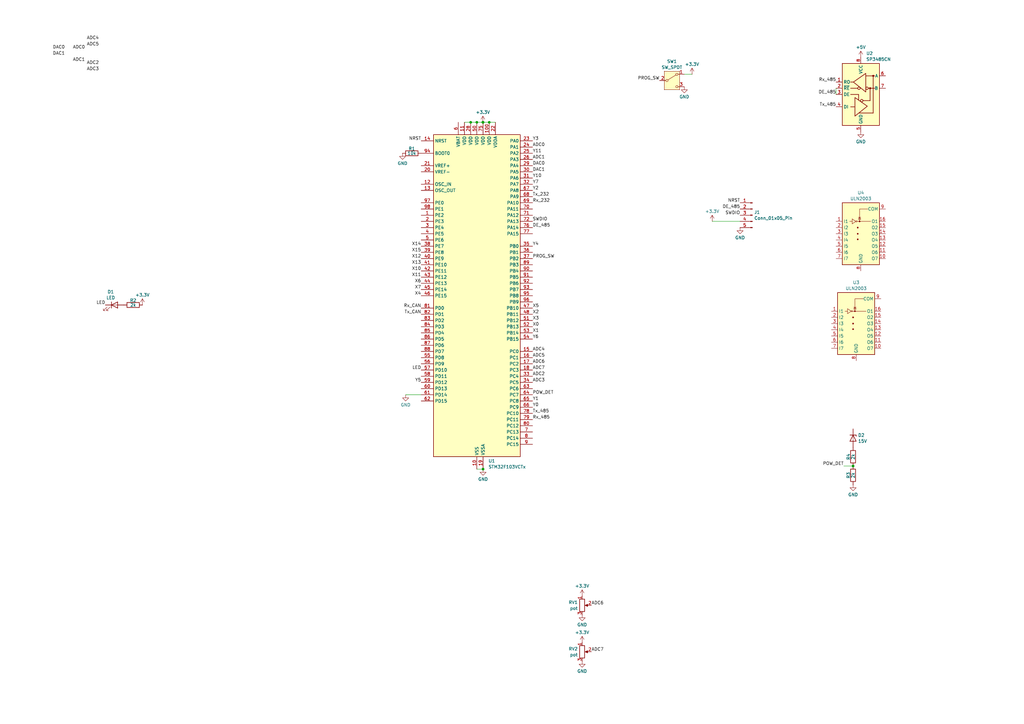
<source format=kicad_sch>
(kicad_sch (version 20231120) (generator "eeschema") (generator_version "8.0")
  (paper "A3")
  (lib_symbols
    (symbol "Connector:Conn_01x05_Pin" (pin_names (offset 1.016) hide)
      (property "Reference" "J" (at 0 7.62 0))
      (property "Value" "Conn_01x05_Pin" (at 0 -7.62 0))
      (symbol "Conn_01x05_Pin_1_1"
        (polyline (pts (xy 1.27 -5.08) (xy 0.8636 -5.08)) (stroke (width 0.1524)))
        (polyline (pts (xy 1.27 -2.54) (xy 0.8636 -2.54)) (stroke (width 0.1524)))
        (polyline (pts (xy 1.27 0) (xy 0.8636 0)) (stroke (width 0.1524)))
        (polyline (pts (xy 1.27 2.54) (xy 0.8636 2.54)) (stroke (width 0.1524)))
        (polyline (pts (xy 1.27 5.08) (xy 0.8636 5.08)) (stroke (width 0.1524)))
        (rectangle (start 0.8636 -4.953) (end 0 -5.207) (stroke (width 0.1524)) (fill (type outline)))
        (rectangle (start 0.8636 -2.413) (end 0 -2.667) (stroke (width 0.1524)) (fill (type outline)))
        (rectangle (start 0.8636 0.127) (end 0 -0.127) (stroke (width 0.1524)) (fill (type outline)))
        (rectangle (start 0.8636 2.667) (end 0 2.413) (stroke (width 0.1524)) (fill (type outline)))
        (rectangle (start 0.8636 5.207) (end 0 4.953) (stroke (width 0.1524)) (fill (type outline)))
        (pin passive line (at 5.08 5.08 180) (length 3.81) (name "Pin_1") (number "1"))
        (pin passive line (at 5.08 2.54 180) (length 3.81) (name "Pin_2") (number "2"))
        (pin passive line (at 5.08 0 180) (length 3.81) (name "Pin_3") (number "3"))
        (pin passive line (at 5.08 -2.54 180) (length 3.81) (name "Pin_4") (number "4"))
        (pin passive line (at 5.08 -5.08 180) (length 3.81) (name "Pin_5") (number "5"))
      )
    )
    (symbol "Device:D_Zener" (pin_numbers hide) (pin_names (offset 1.016) hide)
      (property "Reference" "D" (at 0 2.54 0))
      (property "Value" "D_Zener" (at 0 -2.54 0))
      (symbol "D_Zener_0_1"
        (polyline (pts (xy 1.27 0) (xy -1.27 0)))
        (polyline (pts (xy -1.27 -1.27) (xy -1.27 1.27) (xy -0.762 1.27)) (stroke (width 0.254)))
        (polyline (pts (xy 1.27 -1.27) (xy 1.27 1.27) (xy -1.27 0) (xy 1.27 -1.27)) (stroke (width 0.254)))
      )
      (symbol "D_Zener_1_1"
        (pin passive line (at -3.81 0 0) (length 2.54) (name "K") (number "1"))
        (pin passive line (at 3.81 0 180) (length 2.54) (name "A") (number "2"))
      )
    )
    (symbol "Device:LED" (pin_numbers hide) (pin_names (offset 1.016) hide)
      (property "Reference" "D" (at 0 2.54 0))
      (property "Value" "LED" (at 0 -2.54 0))
      (symbol "LED_0_1"
        (polyline (pts (xy -1.27 -1.27) (xy -1.27 1.27)) (stroke (width 0.254)))
        (polyline (pts (xy -1.27 0) (xy 1.27 0)))
        (polyline (pts (xy 1.27 -1.27) (xy 1.27 1.27) (xy -1.27 0) (xy 1.27 -1.27)) (stroke (width 0.254)))
        (polyline (pts (xy -3.048 -0.762) (xy -4.572 -2.286) (xy -3.81 -2.286) (xy -4.572 -2.286) (xy -4.572 -1.524)))
        (polyline (pts (xy -1.778 -0.762) (xy -3.302 -2.286) (xy -2.54 -2.286) (xy -3.302 -2.286) (xy -3.302 -1.524)))
      )
      (symbol "LED_1_1"
        (pin passive line (at -3.81 0 0) (length 2.54) (name "K") (number "1"))
        (pin passive line (at 3.81 0 180) (length 2.54) (name "A") (number "2"))
      )
    )
    (symbol "Device:R" (pin_numbers hide) (pin_names (offset 0))
      (property "Reference" "R" (at 2.032 0 90))
      (property "Value" "R" (at 0 0 90))
      (symbol "R_0_1"
        (rectangle (start -1.016 -2.54) (end 1.016 2.54) (stroke (width 0.254)))
      )
      (symbol "R_1_1"
        (pin passive line (at 0 3.81 270) (length 1.27) (name "~") (number "1"))
        (pin passive line (at 0 -3.81 90) (length 1.27) (name "~") (number "2"))
      )
    )
    (symbol "Device:R_Potentiometer" (pin_names (offset 1.016) hide)
      (property "Reference" "RV" (at -4.445 0 90))
      (property "Value" "R_Potentiometer" (at -2.54 0 90))
      (symbol "R_Potentiometer_0_1"
        (polyline (pts (xy 2.54 0) (xy 1.524 0)))
        (polyline (pts (xy 1.143 0) (xy 2.286 0.508) (xy 2.286 -0.508) (xy 1.143 0)) (fill (type outline)))
        (rectangle (start 1.016 2.54) (end -1.016 -2.54) (stroke (width 0.254)))
      )
      (symbol "R_Potentiometer_1_1"
        (pin passive line (at 0 3.81 270) (length 1.27) (name "1") (number "1"))
        (pin passive line (at 3.81 0 180) (length 1.27) (name "2") (number "2"))
        (pin passive line (at 0 -3.81 90) (length 1.27) (name "3") (number "3"))
      )
    )
    (symbol "Interface_UART:SP3485CN"
      (property "Reference" "U" (at -7.62 13.97 0))
      (property "Value" "SP3485CN" (at 1.905 13.97 0))
      (symbol "SP3485CN_0_1"
        (rectangle (start -7.62 12.7) (end 7.62 -12.7) (stroke (width 0.254)) (fill (type background)))
        (polyline (pts (xy -4.191 2.54) (xy -1.27 2.54)) (stroke (width 0.254)))
        (polyline (pts (xy -2.54 -5.08) (xy -4.191 -5.08)) (stroke (width 0.254)))
        (polyline (pts (xy -0.635 -7.62) (xy 5.08 -7.62)) (stroke (width 0.254)))
        (polyline (pts (xy 0.889 -2.54) (xy 3.81 -2.54)) (stroke (width 0.254)))
        (polyline (pts (xy 2.032 7.62) (xy 5.715 7.62)) (stroke (width 0.254)))
        (polyline (pts (xy 3.048 2.54) (xy 5.715 2.54)) (stroke (width 0.254)))
        (polyline (pts (xy 3.81 -2.54) (xy 3.81 2.54)) (stroke (width 0.254)))
        (polyline (pts (xy 5.08 -7.62) (xy 5.08 7.62)) (stroke (width 0.254)))
        (polyline (pts (xy -4.191 0) (xy -0.889 0) (xy -0.889 -2.286)) (stroke (width 0.254)))
        (polyline (pts (xy -3.175 5.08) (xy -4.191 5.08) (xy -4.064 5.08)) (stroke (width 0.254)))
        (polyline (pts (xy -2.413 -5.08) (xy -2.413 -1.27) (xy 2.667 -4.826) (xy -2.413 -8.89) (xy -2.413 -5.08)) (stroke (width 0.254)))
        (circle (center 0.381 -2.54) (radius 0.508) (stroke (width 0.254)))
        (circle (center 3.81 2.54) (radius 0.2794) (stroke (width 0.254)) (fill (type outline)))
      )
      (symbol "SP3485CN_1_1"
        (circle (center -0.762 2.54) (radius 0.508) (stroke (width 0.254)))
        (polyline (pts (xy 2.032 4.826) (xy 2.032 8.636) (xy -3.048 5.08) (xy 2.032 1.016) (xy 2.032 4.826)) (stroke (width 0.254)))
        (circle (center 2.54 2.54) (radius 0.508) (stroke (width 0.254)))
        (circle (center 5.08 7.62) (radius 0.2794) (stroke (width 0.254)) (fill (type outline)))
        (pin output line (at -10.16 5.08 0) (length 2.54) (name "RO") (number "1"))
        (pin input line (at -10.16 2.54 0) (length 2.54) (name "~{RE}") (number "2"))
        (pin input line (at -10.16 0 0) (length 2.54) (name "DE") (number "3"))
        (pin input line (at -10.16 -5.08 0) (length 2.54) (name "DI") (number "4"))
        (pin power_in line (at 0 -15.24 90) (length 2.54) (name "GND") (number "5"))
        (pin bidirectional line (at 10.16 7.62 180) (length 2.54) (name "A") (number "6"))
        (pin bidirectional line (at 10.16 2.54 180) (length 2.54) (name "B") (number "7"))
        (pin power_in line (at 0 15.24 270) (length 2.54) (name "VCC") (number "8"))
      )
    )
    (symbol "MCU_ST_STM32F1:STM32F103VCTx"
      (property "Reference" "U" (at -17.78 67.31 0))
      (property "Value" "STM32F103VCTx" (at 10.16 67.31 0))
      (symbol "STM32F103VCTx_0_1"
        (rectangle (start -17.78 -66.04) (end 17.78 66.04) (stroke (width 0.254)) (fill (type background)))
      )
      (symbol "STM32F103VCTx_1_1"
        (pin bidirectional line (at -22.86 33.02 0) (length 5.08) (name "PE2") (number "1"))
        (pin power_in line (at 0 -71.12 90) (length 5.08) (name "VSS") (number "10"))
        (pin power_in line (at 5.08 71.12 270) (length 5.08) (name "VDD") (number "100"))
        (pin power_in line (at -5.08 71.12 270) (length 5.08) (name "VDD") (number "11"))
        (pin input line (at -22.86 45.72 0) (length 5.08) (name "OSC_IN") (number "12"))
        (pin input line (at -22.86 43.18 0) (length 5.08) (name "OSC_OUT") (number "13"))
        (pin input line (at -22.86 63.5 0) (length 5.08) (name "NRST") (number "14"))
        (pin bidirectional line (at 22.86 -22.86 180) (length 5.08) (name "PC0") (number "15"))
        (pin bidirectional line (at 22.86 -25.4 180) (length 5.08) (name "PC1") (number "16"))
        (pin bidirectional line (at 22.86 -27.94 180) (length 5.08) (name "PC2") (number "17"))
        (pin bidirectional line (at 22.86 -30.48 180) (length 5.08) (name "PC3") (number "18"))
        (pin power_in line (at 2.54 -71.12 90) (length 5.08) (name "VSSA") (number "19"))
        (pin bidirectional line (at -22.86 30.48 0) (length 5.08) (name "PE3") (number "2"))
        (pin input line (at -22.86 50.8 0) (length 5.08) (name "VREF-") (number "20"))
        (pin input line (at -22.86 53.34 0) (length 5.08) (name "VREF+") (number "21"))
        (pin power_in line (at 7.62 71.12 270) (length 5.08) (name "VDDA") (number "22"))
        (pin bidirectional line (at 22.86 63.5 180) (length 5.08) (name "PA0") (number "23"))
        (pin bidirectional line (at 22.86 60.96 180) (length 5.08) (name "PA1") (number "24"))
        (pin bidirectional line (at 22.86 58.42 180) (length 5.08) (name "PA2") (number "25"))
        (pin bidirectional line (at 22.86 55.88 180) (length 5.08) (name "PA3") (number "26"))
        (pin passive line (at 0 -71.12 90) (length 5.08) hide (name "VSS") (number "27"))
        (pin power_in line (at -2.54 71.12 270) (length 5.08) (name "VDD") (number "28"))
        (pin bidirectional line (at 22.86 53.34 180) (length 5.08) (name "PA4") (number "29"))
        (pin bidirectional line (at -22.86 27.94 0) (length 5.08) (name "PE4") (number "3"))
        (pin bidirectional line (at 22.86 50.8 180) (length 5.08) (name "PA5") (number "30"))
        (pin bidirectional line (at 22.86 48.26 180) (length 5.08) (name "PA6") (number "31"))
        (pin bidirectional line (at 22.86 45.72 180) (length 5.08) (name "PA7") (number "32"))
        (pin bidirectional line (at 22.86 -33.02 180) (length 5.08) (name "PC4") (number "33"))
        (pin bidirectional line (at 22.86 -35.56 180) (length 5.08) (name "PC5") (number "34"))
        (pin bidirectional line (at 22.86 20.32 180) (length 5.08) (name "PB0") (number "35"))
        (pin bidirectional line (at 22.86 17.78 180) (length 5.08) (name "PB1") (number "36"))
        (pin bidirectional line (at 22.86 15.24 180) (length 5.08) (name "PB2") (number "37"))
        (pin bidirectional line (at -22.86 20.32 0) (length 5.08) (name "PE7") (number "38"))
        (pin bidirectional line (at -22.86 17.78 0) (length 5.08) (name "PE8") (number "39"))
        (pin bidirectional line (at -22.86 25.4 0) (length 5.08) (name "PE5") (number "4"))
        (pin bidirectional line (at -22.86 15.24 0) (length 5.08) (name "PE9") (number "40"))
        (pin bidirectional line (at -22.86 12.7 0) (length 5.08) (name "PE10") (number "41"))
        (pin bidirectional line (at -22.86 10.16 0) (length 5.08) (name "PE11") (number "42"))
        (pin bidirectional line (at -22.86 7.62 0) (length 5.08) (name "PE12") (number "43"))
        (pin bidirectional line (at -22.86 5.08 0) (length 5.08) (name "PE13") (number "44"))
        (pin bidirectional line (at -22.86 2.54 0) (length 5.08) (name "PE14") (number "45"))
        (pin bidirectional line (at -22.86 0 0) (length 5.08) (name "PE15") (number "46"))
        (pin bidirectional line (at 22.86 -5.08 180) (length 5.08) (name "PB10") (number "47"))
        (pin bidirectional line (at 22.86 -7.62 180) (length 5.08) (name "PB11") (number "48"))
        (pin passive line (at 0 -71.12 90) (length 5.08) hide (name "VSS") (number "49"))
        (pin bidirectional line (at -22.86 22.86 0) (length 5.08) (name "PE6") (number "5"))
        (pin power_in line (at 0 71.12 270) (length 5.08) (name "VDD") (number "50"))
        (pin bidirectional line (at 22.86 -10.16 180) (length 5.08) (name "PB12") (number "51"))
        (pin bidirectional line (at 22.86 -12.7 180) (length 5.08) (name "PB13") (number "52"))
        (pin bidirectional line (at 22.86 -15.24 180) (length 5.08) (name "PB14") (number "53"))
        (pin bidirectional line (at 22.86 -17.78 180) (length 5.08) (name "PB15") (number "54"))
        (pin bidirectional line (at -22.86 -25.4 0) (length 5.08) (name "PD8") (number "55"))
        (pin bidirectional line (at -22.86 -27.94 0) (length 5.08) (name "PD9") (number "56"))
        (pin bidirectional line (at -22.86 -30.48 0) (length 5.08) (name "PD10") (number "57"))
        (pin bidirectional line (at -22.86 -33.02 0) (length 5.08) (name "PD11") (number "58"))
        (pin bidirectional line (at -22.86 -35.56 0) (length 5.08) (name "PD12") (number "59"))
        (pin power_in line (at -7.62 71.12 270) (length 5.08) (name "VBAT") (number "6"))
        (pin bidirectional line (at -22.86 -38.1 0) (length 5.08) (name "PD13") (number "60"))
        (pin bidirectional line (at -22.86 -40.64 0) (length 5.08) (name "PD14") (number "61"))
        (pin bidirectional line (at -22.86 -43.18 0) (length 5.08) (name "PD15") (number "62"))
        (pin bidirectional line (at 22.86 -38.1 180) (length 5.08) (name "PC6") (number "63"))
        (pin bidirectional line (at 22.86 -40.64 180) (length 5.08) (name "PC7") (number "64"))
        (pin bidirectional line (at 22.86 -43.18 180) (length 5.08) (name "PC8") (number "65"))
        (pin bidirectional line (at 22.86 -45.72 180) (length 5.08) (name "PC9") (number "66"))
        (pin bidirectional line (at 22.86 43.18 180) (length 5.08) (name "PA8") (number "67"))
        (pin bidirectional line (at 22.86 40.64 180) (length 5.08) (name "PA9") (number "68"))
        (pin bidirectional line (at 22.86 38.1 180) (length 5.08) (name "PA10") (number "69"))
        (pin bidirectional line (at 22.86 -55.88 180) (length 5.08) (name "PC13") (number "7"))
        (pin bidirectional line (at 22.86 35.56 180) (length 5.08) (name "PA11") (number "70"))
        (pin bidirectional line (at 22.86 33.02 180) (length 5.08) (name "PA12") (number "71"))
        (pin bidirectional line (at 22.86 30.48 180) (length 5.08) (name "PA13") (number "72"))
        (pin no_connect line (at -17.78 -66.04 0) (length 5.08) hide (name "NC") (number "73"))
        (pin passive line (at 0 -71.12 90) (length 5.08) hide (name "VSS") (number "74"))
        (pin power_in line (at 2.54 71.12 270) (length 5.08) (name "VDD") (number "75"))
        (pin bidirectional line (at 22.86 27.94 180) (length 5.08) (name "PA14") (number "76"))
        (pin bidirectional line (at 22.86 25.4 180) (length 5.08) (name "PA15") (number "77"))
        (pin bidirectional line (at 22.86 -48.26 180) (length 5.08) (name "PC10") (number "78"))
        (pin bidirectional line (at 22.86 -50.8 180) (length 5.08) (name "PC11") (number "79"))
        (pin bidirectional line (at 22.86 -58.42 180) (length 5.08) (name "PC14") (number "8"))
        (pin bidirectional line (at 22.86 -53.34 180) (length 5.08) (name "PC12") (number "80"))
        (pin bidirectional line (at -22.86 -5.08 0) (length 5.08) (name "PD0") (number "81"))
        (pin bidirectional line (at -22.86 -7.62 0) (length 5.08) (name "PD1") (number "82"))
        (pin bidirectional line (at -22.86 -10.16 0) (length 5.08) (name "PD2") (number "83"))
        (pin bidirectional line (at -22.86 -12.7 0) (length 5.08) (name "PD3") (number "84"))
        (pin bidirectional line (at -22.86 -15.24 0) (length 5.08) (name "PD4") (number "85"))
        (pin bidirectional line (at -22.86 -17.78 0) (length 5.08) (name "PD5") (number "86"))
        (pin bidirectional line (at -22.86 -20.32 0) (length 5.08) (name "PD6") (number "87"))
        (pin bidirectional line (at -22.86 -22.86 0) (length 5.08) (name "PD7") (number "88"))
        (pin bidirectional line (at 22.86 12.7 180) (length 5.08) (name "PB3") (number "89"))
        (pin bidirectional line (at 22.86 -60.96 180) (length 5.08) (name "PC15") (number "9"))
        (pin bidirectional line (at 22.86 10.16 180) (length 5.08) (name "PB4") (number "90"))
        (pin bidirectional line (at 22.86 7.62 180) (length 5.08) (name "PB5") (number "91"))
        (pin bidirectional line (at 22.86 5.08 180) (length 5.08) (name "PB6") (number "92"))
        (pin bidirectional line (at 22.86 2.54 180) (length 5.08) (name "PB7") (number "93"))
        (pin input line (at -22.86 58.42 0) (length 5.08) (name "BOOT0") (number "94"))
        (pin bidirectional line (at 22.86 0 180) (length 5.08) (name "PB8") (number "95"))
        (pin bidirectional line (at 22.86 -2.54 180) (length 5.08) (name "PB9") (number "96"))
        (pin bidirectional line (at -22.86 38.1 0) (length 5.08) (name "PE0") (number "97"))
        (pin bidirectional line (at -22.86 35.56 0) (length 5.08) (name "PE1") (number "98"))
        (pin passive line (at 0 -71.12 90) (length 5.08) hide (name "VSS") (number "99"))
      )
    )
    (symbol "Switch:SW_SPDT" (pin_names (offset 0) hide)
      (property "Reference" "SW" (at 0 5.08 0))
      (property "Value" "SW_SPDT" (at 0 -5.08 0))
      (symbol "SW_SPDT_0_1"
        (circle (center -2.032 0) (radius 0.4572))
        (polyline (pts (xy -1.651 0.254) (xy 1.651 2.286)))
        (circle (center 2.032 -2.54) (radius 0.4572))
        (circle (center 2.032 2.54) (radius 0.4572))
      )
      (symbol "SW_SPDT_1_1"
        (rectangle (start -3.175 3.81) (end 3.175 -3.81) (fill (type background)))
        (pin passive line (at 5.08 2.54 180) (length 2.54) (name "A") (number "1"))
        (pin passive line (at -5.08 0 0) (length 2.54) (name "B") (number "2"))
        (pin passive line (at 5.08 -2.54 180) (length 2.54) (name "C") (number "3"))
      )
    )
    (symbol "Transistor_Array:ULN2003"
      (property "Reference" "U" (at 0 15.875 0))
      (property "Value" "ULN2003" (at 0 13.97 0))
      (symbol "ULN2003_0_1"
        (rectangle (start -7.62 -12.7) (end 7.62 12.7) (stroke (width 0.254)) (fill (type background)))
        (circle (center -1.778 5.08) (radius 0.254))
        (circle (center -1.27 -2.286) (radius 0.254) (fill (type outline)))
        (circle (center -1.27 0) (radius 0.254) (fill (type outline)))
        (circle (center -1.27 2.54) (radius 0.254) (fill (type outline)))
        (circle (center -0.508 5.08) (radius 0.254) (fill (type outline)))
        (polyline (pts (xy -4.572 5.08) (xy -3.556 5.08)))
        (polyline (pts (xy -1.524 5.08) (xy 4.064 5.08)))
        (polyline (pts (xy 0 6.731) (xy -1.016 6.731)))
        (polyline (pts (xy -0.508 5.08) (xy -0.508 10.16) (xy 2.921 10.16)))
        (polyline (pts (xy -3.556 6.096) (xy -3.556 4.064) (xy -2.032 5.08) (xy -3.556 6.096)))
        (polyline (pts (xy 0 5.969) (xy -1.016 5.969) (xy -0.508 6.731) (xy 0 5.969)))
      )
      (symbol "ULN2003_1_1"
        (pin input line (at -10.16 5.08 0) (length 2.54) (name "I1") (number "1"))
        (pin open_collector line (at 10.16 -10.16 180) (length 2.54) (name "O7") (number "10"))
        (pin open_collector line (at 10.16 -7.62 180) (length 2.54) (name "O6") (number "11"))
        (pin open_collector line (at 10.16 -5.08 180) (length 2.54) (name "O5") (number "12"))
        (pin open_collector line (at 10.16 -2.54 180) (length 2.54) (name "O4") (number "13"))
        (pin open_collector line (at 10.16 0 180) (length 2.54) (name "O3") (number "14"))
        (pin open_collector line (at 10.16 2.54 180) (length 2.54) (name "O2") (number "15"))
        (pin open_collector line (at 10.16 5.08 180) (length 2.54) (name "O1") (number "16"))
        (pin input line (at -10.16 2.54 0) (length 2.54) (name "I2") (number "2"))
        (pin input line (at -10.16 0 0) (length 2.54) (name "I3") (number "3"))
        (pin input line (at -10.16 -2.54 0) (length 2.54) (name "I4") (number "4"))
        (pin input line (at -10.16 -5.08 0) (length 2.54) (name "I5") (number "5"))
        (pin input line (at -10.16 -7.62 0) (length 2.54) (name "I6") (number "6"))
        (pin input line (at -10.16 -10.16 0) (length 2.54) (name "I7") (number "7"))
        (pin power_in line (at 0 -15.24 90) (length 2.54) (name "GND") (number "8"))
        (pin passive line (at 10.16 10.16 180) (length 2.54) (name "COM") (number "9"))
      )
    )
    (symbol "power:+3.3V" (power) (pin_numbers hide) (pin_names (offset 0) hide)
      (property "Value" "+3.3V" (at 0 3.556 0))
      (symbol "+3.3V_0_1"
        (polyline (pts (xy -0.762 1.27) (xy 0 2.54)))
        (polyline (pts (xy 0 0) (xy 0 2.54)))
        (polyline (pts (xy 0 2.54) (xy 0.762 1.27)))
      )
      (symbol "+3.3V_1_1"
        (pin power_in line (at 0 0 90) (length 0) (name "~") (number "1"))
      )
    )
    (symbol "power:+5V" (power) (pin_numbers hide) (pin_names (offset 0) hide)
      (property "Value" "+5V" (at 0 3.556 0))
      (symbol "+5V_0_1"
        (polyline (pts (xy -0.762 1.27) (xy 0 2.54)))
        (polyline (pts (xy 0 0) (xy 0 2.54)))
        (polyline (pts (xy 0 2.54) (xy 0.762 1.27)))
      )
      (symbol "+5V_1_1"
        (pin power_in line (at 0 0 90) (length 0) (name "~") (number "1"))
      )
    )
    (symbol "power:GND" (power) (pin_numbers hide) (pin_names (offset 0) hide)
      (property "Value" "GND" (at 0 -3.81 0))
      (symbol "GND_0_1"
        (polyline (pts (xy 0 0) (xy 0 -1.27) (xy 1.27 -1.27) (xy 0 -2.54) (xy -1.27 -1.27) (xy 0 -1.27)))
      )
      (symbol "GND_1_1"
        (pin power_in line (at 0 0 270) (length 0) (name "~") (number "1"))
      )
    )
  )
  (junction (at 195.58 50.165))
  (junction (at 193.04 50.165))
  (junction (at 198.0547 50.165))
  (junction (at 349.885 191.135))
  (junction (at 198.12 50.165))
  (junction (at 198.12 192.405))
  (junction (at 200.66 50.165))
  (wire (pts (xy 195.58 192.405) (xy 198.12 192.405)))
  (wire (pts (xy 195.58 50.165) (xy 198.0547 50.165)))
  (wire (pts (xy 193.04 50.165) (xy 195.58 50.165)))
  (wire (pts (xy 190.5 50.165) (xy 193.04 50.165)))
  (wire (pts (xy 292.1 90.805) (xy 303.53 90.805)))
  (wire (pts (xy 200.66 50.165) (xy 203.2 50.165)))
  (wire (pts (xy 198.0547 50.165) (xy 198.12 50.165)))
  (wire (pts (xy 198.12 50.165) (xy 200.66 50.165)))
  (wire (pts (xy 346.075 191.135) (xy 349.885 191.135)))
  (wire (pts (xy 166.37 161.925) (xy 172.72 161.925)))
  (wire (pts (xy 283.845 30.48) (xy 280.67 30.48)))
  (wire (pts (xy 342.9 36.195) (xy 342.9 38.735)))
  (label "SWDIO" (at 303.53 88.265 180))
  (label "X12" (at 172.72 106.045 180))
  (label "X0" (at 446.405 170.815 180))
  (label "X0" (at 218.44 133.985 0))
  (label "ADC5" (at 218.44 146.685 0))
  (label "ADC1" (at 218.44 65.405 0))
  (label "X1" (at 446.405 189.865 180))
  (label "Rx_232" (at 218.44 83.185 0))
  (label "SWDIO" (at 218.44 90.805 0))
  (label "NRST" (at 303.53 83.185 180))
  (label "Y4" (at 218.44 100.965 0))
  (label "X4" (at 446.405 249.555 180))
  (label "ADC7" (at 242.57 267.335 0))
  (label "X11" (at 513.08 249.555 180))
  (label "Y1" (at 218.44 164.465 0))
  (label "ADC6" (at 218.44 149.225 0))
  (label "X6" (at 446.405 289.56 180))
  (label "Tx_232" (at 218.44 80.645 0))
  (label "DAC0" (at 21.59 20.32 0))
  (label "X13" (at 172.72 108.585 180))
  (label "X3" (at 446.405 228.6 180))
  (label "ADC7" (at 218.44 151.765 0))
  (label "Rx_485" (at 218.44 172.085 0))
  (label "X10" (at 513.08 228.6 180))
  (label "ADC2" (at 218.44 154.305 0))
  (label "X7" (at 513.08 170.815 180))
  (label "ADC4" (at 35.56 16.51 0))
  (label "ADC4" (at 218.44 144.145 0))
  (label "Y2" (at 218.44 78.105 0))
  (label "X12" (at 513.08 269.875 180))
  (label "DE_485" (at 303.53 85.725 180))
  (label "Y6" (at 218.44 139.065 0))
  (label "X7" (at 172.72 118.745 180))
  (label "X13" (at 513.08 289.56 180))
  (label "DAC0" (at 218.44 67.945 0))
  (label "X4" (at 172.72 121.285 180))
  (label "Rx_485" (at 342.9 33.655 180))
  (label "X11" (at 172.72 113.665 180))
  (label "ADC5" (at 35.56 19.05 0))
  (label "ADC0" (at 218.44 60.325 0))
  (label "X10" (at 172.72 111.125 180))
  (label "Y5" (at 172.72 156.845 180))
  (label "Y10" (at 218.44 73.025 0))
  (label "DE_485" (at 342.9 38.735 180))
  (label "DAC1" (at 21.59 22.86 0))
  (label "NRST" (at 172.72 57.785 180))
  (label "DAC1" (at 218.44 70.485 0))
  (label "X8" (at 513.08 189.865 180))
  (label "X5" (at 218.44 126.365 0))
  (label "ADC1" (at 29.845 25.4 0))
  (label "X6" (at 172.72 116.205 180))
  (label "DE_485" (at 218.44 93.345 0))
  (label "LED" (at 172.72 151.765 180))
  (label "Tx_485" (at 342.9 43.815 180))
  (label "X2" (at 446.405 209.55 180))
  (label "POW_DET" (at 346.075 191.135 180))
  (label "X3" (at 218.44 131.445 0))
  (label "X14" (at 172.72 100.965 180))
  (label "Y11" (at 218.44 62.865 0))
  (label "X15" (at 172.72 103.505 180))
  (label "ADC3" (at 35.56 29.21 0))
  (label "X1" (at 218.44 136.525 0))
  (label "LED" (at 43.18 125.095 180))
  (label "X9" (at 513.08 209.55 180))
  (label "PROG_SW" (at 270.51 33.02 180))
  (label "POW_DET" (at 218.44 161.925 0))
  (label "ADC0" (at 29.845 20.32 0))
  (label "Y7" (at 218.44 75.565 0))
  (label "Y3" (at 218.44 57.785 0))
  (label "ADC6" (at 242.57 248.285 0))
  (label "ADC2" (at 35.56 26.67 0))
  (label "X5" (at 446.405 269.875 180))
  (label "Rx_CAN" (at 172.72 126.365 180))
  (label "Tx_485" (at 218.44 169.545 0))
  (label "X2" (at 218.44 128.905 0))
  (label "PROG_SW" (at 218.44 106.045 0))
  (label "Tx_CAN" (at 172.72 128.905 180))
  (label "ADC3" (at 218.44 156.845 0))
  (label "Y0" (at 218.44 167.005 0))
  (symbol (lib_id "Switch:SW_SPDT") (at 275.59 33.02 0) (unit 1)
    (property "Reference" "SW1" (at 275.59 25.1925 0))
    (property "Value" "SW_SPDT" (at 275.59 27.6168 0))
    (property "Description" "Switch, single pole double throw" (effects (hide yes)))
  )
  (symbol (lib_id "Device:R") (at 168.91 62.865 90) (unit 1)
    (property "Reference" "R1" (at 168.91 60.96 90))
    (property "Value" "10k" (at 168.91 62.865 90))
    (property "Footprint" "Resistor_SMD:R_0603_1608Metric_Pad0.98x0.95mm_HandSolder" (effects (hide yes)))
    (property "Description" "Resistor" (effects (hide yes)))
  )
  (symbol (lib_id "Transistor_Array:ULN2003") (at 351.155 132.715 0) (unit 1)
    (property "Reference" "U3" (at 351.155 115.8705 0))
    (property "Value" "ULN2003" (at 351.155 118.2948 0))
    (property "Footprint" "Package_SO:SOIC-16_3.9x9.9mm_P1.27mm" (effects (hide yes)))
    (property "Datasheet" "http://www.ti.com/lit/ds/symlink/uln2003a.pdf" (effects (hide yes)))
    (property "Description" "High Voltage, High Current Darlington Transistor Arrays, SOIC16/SOIC16W/DIP16/TSSOP16" (effects (hide yes)))
  )
  (symbol (lib_id "power:GND") (at 166.37 161.925 0) (unit 1)
    (property "Reference" "#PWR044" (effects (hide yes)))
    (property "Value" "GND" (at 166.37 166.0581 0))
    (property "Description" "Power symbol creates a global label with name \"GND\" , ground" (effects (hide yes)))
  )
  (symbol (lib_id "power:GND") (at 238.76 271.145 0) (unit 1)
    (property "Reference" "#PWR015" (effects (hide yes)))
    (property "Value" "GND" (at 238.76 275.2781 0))
    (property "Description" "Power symbol creates a global label with name \"GND\" , ground" (effects (hide yes)))
  )
  (symbol (lib_id "Interface_UART:SP3485CN") (at 353.06 38.735 0) (unit 1)
    (property "Reference" "U2" (at 355.2541 21.8905 0) (effects (justify left)))
    (property "Value" "SP3485CN" (at 355.2541 24.3148 0) (effects (justify left)))
    (property "Footprint" "Package_SO:SOIC-8_3.9x4.9mm_P1.27mm" (effects (hide yes)))
    (property "Datasheet" "http://www.icbase.com/pdf/SPX/SPX00480106.pdf" (effects (hide yes)))
    (property "Description" "3.3V Low Power Half-Duplex RS-485 Transceiver 10Mbps, SOIC-8" (effects (hide yes)))
  )
  (symbol (lib_id "Transistor_Array:ULN2003") (at 353.06 95.885 0) (unit 1)
    (property "Reference" "U4" (at 353.06 79.0405 0))
    (property "Value" "ULN2003" (at 353.06 81.4648 0))
    (property "Footprint" "Package_SO:SOIC-16_3.9x9.9mm_P1.27mm" (effects (hide yes)))
    (property "Datasheet" "http://www.ti.com/lit/ds/symlink/uln2003a.pdf" (effects (hide yes)))
    (property "Description" "High Voltage, High Current Darlington Transistor Arrays, SOIC16/SOIC16W/DIP16/TSSOP16" (effects (hide yes)))
  )
  (symbol (lib_id "power:GND") (at 238.76 252.095 0) (unit 1)
    (property "Reference" "#PWR012" (effects (hide yes)))
    (property "Value" "GND" (at 238.76 256.2281 0))
    (property "Description" "Power symbol creates a global label with name \"GND\" , ground" (effects (hide yes)))
  )
  (symbol (lib_id "power:+5V") (at 353.06 23.495 0) (unit 1)
    (property "Reference" "#PWR07" (effects (hide yes)))
    (property "Value" "+5V" (at 353.06 19.3619 0))
    (property "Description" "Power symbol creates a global label with name \"+5V\"" (effects (hide yes)))
  )
  (symbol (lib_id "power:+3.3V") (at 198.0547 50.165 0) (unit 1)
    (property "Reference" "#PWR02" (effects (hide yes)))
    (property "Value" "+3.3V" (at 198.0547 46.0319 0))
    (property "Description" "Power symbol creates a global label with name \"+3.3V\"" (effects (hide yes)))
  )
  (symbol (lib_id "power:+3.3V") (at 58.42 125.095 0) (unit 1)
    (property "Reference" "#PWR06" (effects (hide yes)))
    (property "Value" "+3.3V" (at 58.42 120.9619 0))
    (property "Description" "Power symbol creates a global label with name \"+3.3V\"" (effects (hide yes)))
  )
  (symbol (lib_id "power:+3.3V") (at 283.845 30.48 0) (unit 1)
    (property "Reference" "#PWR010" (effects (hide yes)))
    (property "Value" "+3.3V" (at 283.845 26.3469 0))
    (property "Description" "Power symbol creates a global label with name \"+3.3V\"" (effects (hide yes)))
  )
  (symbol (lib_id "Device:R") (at 54.61 125.095 90) (unit 1)
    (property "Reference" "R2" (at 54.61 123.19 90))
    (property "Value" "2k" (at 54.61 125.095 90))
    (property "Footprint" "Resistor_SMD:R_0603_1608Metric_Pad0.98x0.95mm_HandSolder" (effects (hide yes)))
    (property "Description" "Resistor" (effects (hide yes)))
  )
  (symbol (lib_id "Device:R") (at 349.885 194.945 180) (unit 1)
    (property "Reference" "R3" (at 347.98 194.945 90))
    (property "Value" "2k" (at 349.885 194.945 90))
    (property "Footprint" "Resistor_SMD:R_0603_1608Metric_Pad0.98x0.95mm_HandSolder" (effects (hide yes)))
    (property "Description" "Resistor" (effects (hide yes)))
  )
  (symbol (lib_id "Device:LED") (at 46.99 125.095 0) (unit 1)
    (property "Reference" "D1" (at 45.4025 119.6805 0))
    (property "Value" "LED" (at 45.4025 122.1048 0))
    (property "Footprint" "LED_SMD:LED_0805_2012Metric_Pad1.15x1.40mm_HandSolder" (effects (hide yes)))
    (property "Description" "Light emitting diode" (effects (hide yes)))
  )
  (symbol (lib_id "Device:R_Potentiometer") (at 238.76 267.335 0) (unit 1)
    (property "Reference" "RV2" (at 236.9821 266.1228 0) (effects (justify right)))
    (property "Value" "pot" (at 236.9821 268.5471 0) (effects (justify right)))
    (property "Description" "Potentiometer" (effects (hide yes)))
  )
  (symbol (lib_id "Device:R_Potentiometer") (at 238.76 248.285 0) (unit 1)
    (property "Reference" "RV1" (at 236.9821 247.0728 0) (effects (justify right)))
    (property "Value" "pot" (at 236.9821 249.4971 0) (effects (justify right)))
    (property "Description" "Potentiometer" (effects (hide yes)))
  )
  (symbol (lib_id "power:+3.3V") (at 238.76 263.525 0) (unit 1)
    (property "Reference" "#PWR014" (effects (hide yes)))
    (property "Value" "+3.3V" (at 238.76 259.3919 0))
    (property "Description" "Power symbol creates a global label with name \"+3.3V\"" (effects (hide yes)))
  )
  (symbol (lib_id "Device:D_Zener") (at 349.885 179.705 270) (unit 1)
    (property "Reference" "D2" (at 351.917 178.4928 90) (effects (justify left)))
    (property "Value" "15V" (at 351.917 180.9171 90) (effects (justify left)))
    (property "Description" "Zener diode" (effects (hide yes)))
  )
  (symbol (lib_id "power:GND") (at 165.1 62.865 0) (unit 1)
    (property "Reference" "#PWR01" (effects (hide yes)))
    (property "Value" "GND" (at 165.1 66.9981 0))
    (property "Description" "Power symbol creates a global label with name \"GND\" , ground" (effects (hide yes)))
  )
  (symbol (lib_id "power:GND") (at 353.06 53.975 0) (unit 1)
    (property "Reference" "#PWR08" (effects (hide yes)))
    (property "Value" "GND" (at 353.06 58.1081 0))
    (property "Description" "Power symbol creates a global label with name \"GND\" , ground" (effects (hide yes)))
  )
  (symbol (lib_id "power:GND") (at 280.67 35.56 0) (unit 1)
    (property "Reference" "#PWR011" (effects (hide yes)))
    (property "Value" "GND" (at 280.67 39.6931 0))
    (property "Description" "Power symbol creates a global label with name \"GND\" , ground" (effects (hide yes)))
  )
  (symbol (lib_id "power:GND") (at 349.885 198.755 0) (unit 1)
    (property "Reference" "#PWR09" (effects (hide yes)))
    (property "Value" "GND" (at 349.885 202.8881 0))
    (property "Description" "Power symbol creates a global label with name \"GND\" , ground" (effects (hide yes)))
  )
  (symbol (lib_id "Device:R") (at 349.885 187.325 180) (unit 1)
    (property "Reference" "R4" (at 347.98 187.325 90))
    (property "Value" "2k" (at 349.885 187.325 90))
    (property "Footprint" "Resistor_SMD:R_0603_1608Metric_Pad0.98x0.95mm_HandSolder" (effects (hide yes)))
    (property "Description" "Resistor" (effects (hide yes)))
  )
  (symbol (lib_id "power:+3.3V") (at 238.76 244.475 0) (unit 1)
    (property "Reference" "#PWR013" (effects (hide yes)))
    (property "Value" "+3.3V" (at 238.76 240.3419 0))
    (property "Description" "Power symbol creates a global label with name \"+3.3V\"" (effects (hide yes)))
  )
  (symbol (lib_id "power:+3.3V") (at 292.1 90.805 0) (unit 1)
    (property "Reference" "#PWR04" (effects (hide yes)))
    (property "Value" "+3.3V" (at 292.1 86.6719 0))
    (property "Description" "Power symbol creates a global label with name \"+3.3V\"" (effects (hide yes)))
  )
  (symbol (lib_id "power:GND") (at 198.12 192.405 0) (unit 1)
    (property "Reference" "#PWR03" (effects (hide yes)))
    (property "Value" "GND" (at 198.12 196.5381 0))
    (property "Description" "Power symbol creates a global label with name \"GND\" , ground" (effects (hide yes)))
  )
  (symbol (lib_id "Connector:Conn_01x05_Pin") (at 308.61 88.265 0) (mirror y) (unit 1)
    (property "Reference" "J1" (at 309.3212 87.0528 0) (effects (justify right)))
    (property "Value" "Conn_01x05_Pin" (at 309.3212 89.4771 0) (effects (justify right)))
    (property "Description" "Generic connector, single row, 01x05, script generated" (effects (hide yes)))
  )
  (symbol (lib_id "power:GND") (at 303.53 93.345 0) (unit 1)
    (property "Reference" "#PWR05" (effects (hide yes)))
    (property "Value" "GND" (at 303.53 97.4781 0))
    (property "Description" "Power symbol creates a global label with name \"GND\" , ground" (effects (hide yes)))
  )
  (symbol (lib_id "MCU_ST_STM32F1:STM32F103VCTx") (at 195.58 121.285 0) (unit 1)
    (property "Reference" "U1" (at 200.3141 189.0451 0) (effects (justify left)))
    (property "Value" "STM32F103VCTx" (at 200.3141 191.4694 0) (effects (justify left)))
    (property "Footprint" "Package_QFP:LQFP-100_14x14mm_P0.5mm" (effects (hide yes)))
    (property "Datasheet" "https://www.st.com/resource/en/datasheet/stm32f103vc.pdf" (effects (hide yes)))
    (property "Description" "STMicroelectronics Arm Cortex-M3 MCU, 256KB flash, 48KB RAM, 72 MHz, 2.0-3.6V, 80 GPIO, LQFP100" (effects (hide yes)))
  )
  (sheet (at 513.08 247.015) (size 19.05 12.065) (stroke (width 0.1524))
    (property "Sheetname" "X_opto12" (at 513.08 246.3034 0) (effects (justify left bottom)))
    (property "Sheetfile" "X_opto.kicad_sch" (at 513.08 259.6646 0) (effects (justify left top)))
    (pin "Xn" output (at 513.08 249.555 180))
    (pin "Xcom" input (at 513.08 253.365 180))
    (pin "Xin" input (at 513.08 255.905 180))
  )
  (sheet (at 513.08 207.01) (size 19.05 12.065) (stroke (width 0.1524))
    (property "Sheetname" "X_opto10" (at 513.08 206.2984 0) (effects (justify left bottom)))
    (property "Sheetfile" "X_opto.kicad_sch" (at 513.08 219.6596 0) (effects (justify left top)))
    (pin "Xn" output (at 513.08 209.55 180))
    (pin "Xcom" input (at 513.08 213.36 180))
    (pin "Xin" input (at 513.08 215.9 180))
  )
  (sheet (at 446.405 287.02) (size 19.05 12.065) (stroke (width 0.1524))
    (property "Sheetname" "X_opto7" (at 446.405 286.3084 0) (effects (justify left bottom)))
    (property "Sheetfile" "X_opto.kicad_sch" (at 446.405 299.6696 0) (effects (justify left top)))
    (pin "Xn" output (at 446.405 289.56 180))
    (pin "Xcom" input (at 446.405 293.37 180))
    (pin "Xin" input (at 446.405 295.91 180))
  )
  (sheet (at 446.405 187.325) (size 19.05 12.065) (stroke (width 0.1524))
    (property "Sheetname" "X_opto2" (at 446.405 186.6134 0) (effects (justify left bottom)))
    (property "Sheetfile" "X_opto.kicad_sch" (at 446.405 199.9746 0) (effects (justify left top)))
    (pin "Xn" output (at 446.405 189.865 180))
    (pin "Xcom" input (at 446.405 193.675 180))
    (pin "Xin" input (at 446.405 196.215 180))
  )
  (sheet (at 513.08 267.335) (size 19.05 12.065) (stroke (width 0.1524))
    (property "Sheetname" "X_opto13" (at 513.08 266.6234 0) (effects (justify left bottom)))
    (property "Sheetfile" "X_opto.kicad_sch" (at 513.08 279.9846 0) (effects (justify left top)))
    (pin "Xn" output (at 513.08 269.875 180))
    (pin "Xcom" input (at 513.08 273.685 180))
    (pin "Xin" input (at 513.08 276.225 180))
  )
  (sheet (at 446.405 226.06) (size 19.05 12.065) (stroke (width 0.1524))
    (property "Sheetname" "X_opto4" (at 446.405 225.3484 0) (effects (justify left bottom)))
    (property "Sheetfile" "X_opto.kicad_sch" (at 446.405 238.7096 0) (effects (justify left top)))
    (pin "Xn" output (at 446.405 228.6 180))
    (pin "Xcom" input (at 446.405 232.41 180))
    (pin "Xin" input (at 446.405 234.95 180))
  )
  (sheet (at 446.405 247.015) (size 19.05 12.065) (stroke (width 0.1524))
    (property "Sheetname" "X_opto5" (at 446.405 246.3034 0) (effects (justify left bottom)))
    (property "Sheetfile" "X_opto.kicad_sch" (at 446.405 259.6646 0) (effects (justify left top)))
    (pin "Xn" output (at 446.405 249.555 180))
    (pin "Xcom" input (at 446.405 253.365 180))
    (pin "Xin" input (at 446.405 255.905 180))
  )
  (sheet (at 513.08 187.325) (size 19.05 12.065) (stroke (width 0.1524))
    (property "Sheetname" "X_opto9" (at 513.08 186.6134 0) (effects (justify left bottom)))
    (property "Sheetfile" "X_opto.kicad_sch" (at 513.08 199.9746 0) (effects (justify left top)))
    (pin "Xn" output (at 513.08 189.865 180))
    (pin "Xcom" input (at 513.08 193.675 180))
    (pin "Xin" input (at 513.08 196.215 180))
  )
  (sheet (at 446.405 207.01) (size 19.05 12.065) (stroke (width 0.1524))
    (property "Sheetname" "X_opto3" (at 446.405 206.2984 0) (effects (justify left bottom)))
    (property "Sheetfile" "X_opto.kicad_sch" (at 446.405 219.6596 0) (effects (justify left top)))
    (pin "Xn" output (at 446.405 209.55 180))
    (pin "Xcom" input (at 446.405 213.36 180))
    (pin "Xin" input (at 446.405 215.9 180))
  )
  (sheet (at 513.08 226.06) (size 19.05 12.065) (stroke (width 0.1524))
    (property "Sheetname" "X_opto11" (at 513.08 225.3484 0) (effects (justify left bottom)))
    (property "Sheetfile" "X_opto.kicad_sch" (at 513.08 238.7096 0) (effects (justify left top)))
    (pin "Xn" output (at 513.08 228.6 180))
    (pin "Xcom" input (at 513.08 232.41 180))
    (pin "Xin" input (at 513.08 234.95 180))
  )
  (sheet (at 446.405 267.335) (size 19.05 12.065) (stroke (width 0.1524))
    (property "Sheetname" "X_opto6" (at 446.405 266.6234 0) (effects (justify left bottom)))
    (property "Sheetfile" "X_opto.kicad_sch" (at 446.405 279.9846 0) (effects (justify left top)))
    (pin "Xn" output (at 446.405 269.875 180))
    (pin "Xcom" input (at 446.405 273.685 180))
    (pin "Xin" input (at 446.405 276.225 180))
  )
  (sheet (at 513.08 168.275) (size 19.05 12.065) (stroke (width 0.1524))
    (property "Sheetname" "X_opto8" (at 513.08 167.5634 0) (effects (justify left bottom)))
    (property "Sheetfile" "X_opto.kicad_sch" (at 513.08 180.9246 0) (effects (justify left top)))
    (pin "Xn" output (at 513.08 170.815 180))
    (pin "Xcom" input (at 513.08 174.625 180))
    (pin "Xin" input (at 513.08 177.165 180))
  )
  (sheet (at 513.08 287.02) (size 19.05 12.065) (stroke (width 0.1524))
    (property "Sheetname" "X_opto14" (at 513.08 286.3084 0) (effects (justify left bottom)))
    (property "Sheetfile" "X_opto.kicad_sch" (at 513.08 299.6696 0) (effects (justify left top)))
    (pin "Xn" output (at 513.08 289.56 180))
    (pin "Xcom" input (at 513.08 293.37 180))
    (pin "Xin" input (at 513.08 295.91 180))
  )
  (sheet (at 446.405 168.275) (size 19.05 12.065) (stroke (width 0.1524))
    (property "Sheetname" "X_opto1" (at 446.405 167.5634 0) (effects (justify left bottom)))
    (property "Sheetfile" "X_opto.kicad_sch" (at 446.405 180.9246 0) (effects (justify left top)))
    (pin "Xn" output (at 446.405 170.815 180))
    (pin "Xcom" input (at 446.405 174.625 180))
    (pin "Xin" input (at 446.405 177.165 180))
  )
)
</source>
